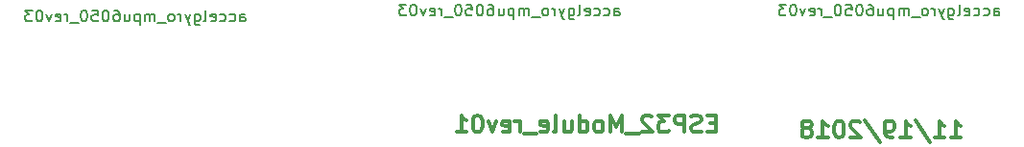
<source format=gbo>
G04 #@! TF.FileFunction,Legend,Bot*
%FSLAX46Y46*%
G04 Gerber Fmt 4.6, Leading zero omitted, Abs format (unit mm)*
G04 Created by KiCad (PCBNEW 4.0.7) date 11/21/18 11:39:18*
%MOMM*%
%LPD*%
G01*
G04 APERTURE LIST*
%ADD10C,0.150000*%
%ADD11C,0.300000*%
G04 APERTURE END LIST*
D10*
X94938096Y-118852381D02*
X94938096Y-118328571D01*
X94985715Y-118233333D01*
X95080953Y-118185714D01*
X95271430Y-118185714D01*
X95366668Y-118233333D01*
X94938096Y-118804762D02*
X95033334Y-118852381D01*
X95271430Y-118852381D01*
X95366668Y-118804762D01*
X95414287Y-118709524D01*
X95414287Y-118614286D01*
X95366668Y-118519048D01*
X95271430Y-118471429D01*
X95033334Y-118471429D01*
X94938096Y-118423810D01*
X94033334Y-118804762D02*
X94128572Y-118852381D01*
X94319049Y-118852381D01*
X94414287Y-118804762D01*
X94461906Y-118757143D01*
X94509525Y-118661905D01*
X94509525Y-118376190D01*
X94461906Y-118280952D01*
X94414287Y-118233333D01*
X94319049Y-118185714D01*
X94128572Y-118185714D01*
X94033334Y-118233333D01*
X93176191Y-118804762D02*
X93271429Y-118852381D01*
X93461906Y-118852381D01*
X93557144Y-118804762D01*
X93604763Y-118757143D01*
X93652382Y-118661905D01*
X93652382Y-118376190D01*
X93604763Y-118280952D01*
X93557144Y-118233333D01*
X93461906Y-118185714D01*
X93271429Y-118185714D01*
X93176191Y-118233333D01*
X92366667Y-118804762D02*
X92461905Y-118852381D01*
X92652382Y-118852381D01*
X92747620Y-118804762D01*
X92795239Y-118709524D01*
X92795239Y-118328571D01*
X92747620Y-118233333D01*
X92652382Y-118185714D01*
X92461905Y-118185714D01*
X92366667Y-118233333D01*
X92319048Y-118328571D01*
X92319048Y-118423810D01*
X92795239Y-118519048D01*
X91747620Y-118852381D02*
X91842858Y-118804762D01*
X91890477Y-118709524D01*
X91890477Y-117852381D01*
X90938095Y-118185714D02*
X90938095Y-118995238D01*
X90985714Y-119090476D01*
X91033333Y-119138095D01*
X91128572Y-119185714D01*
X91271429Y-119185714D01*
X91366667Y-119138095D01*
X90938095Y-118804762D02*
X91033333Y-118852381D01*
X91223810Y-118852381D01*
X91319048Y-118804762D01*
X91366667Y-118757143D01*
X91414286Y-118661905D01*
X91414286Y-118376190D01*
X91366667Y-118280952D01*
X91319048Y-118233333D01*
X91223810Y-118185714D01*
X91033333Y-118185714D01*
X90938095Y-118233333D01*
X90557143Y-118185714D02*
X90319048Y-118852381D01*
X90080952Y-118185714D02*
X90319048Y-118852381D01*
X90414286Y-119090476D01*
X90461905Y-119138095D01*
X90557143Y-119185714D01*
X89700000Y-118852381D02*
X89700000Y-118185714D01*
X89700000Y-118376190D02*
X89652381Y-118280952D01*
X89604762Y-118233333D01*
X89509524Y-118185714D01*
X89414285Y-118185714D01*
X88938095Y-118852381D02*
X89033333Y-118804762D01*
X89080952Y-118757143D01*
X89128571Y-118661905D01*
X89128571Y-118376190D01*
X89080952Y-118280952D01*
X89033333Y-118233333D01*
X88938095Y-118185714D01*
X88795237Y-118185714D01*
X88699999Y-118233333D01*
X88652380Y-118280952D01*
X88604761Y-118376190D01*
X88604761Y-118661905D01*
X88652380Y-118757143D01*
X88699999Y-118804762D01*
X88795237Y-118852381D01*
X88938095Y-118852381D01*
X88414285Y-118947619D02*
X87652380Y-118947619D01*
X87414285Y-118852381D02*
X87414285Y-118185714D01*
X87414285Y-118280952D02*
X87366666Y-118233333D01*
X87271428Y-118185714D01*
X87128570Y-118185714D01*
X87033332Y-118233333D01*
X86985713Y-118328571D01*
X86985713Y-118852381D01*
X86985713Y-118328571D02*
X86938094Y-118233333D01*
X86842856Y-118185714D01*
X86699999Y-118185714D01*
X86604761Y-118233333D01*
X86557142Y-118328571D01*
X86557142Y-118852381D01*
X86080952Y-118185714D02*
X86080952Y-119185714D01*
X86080952Y-118233333D02*
X85985714Y-118185714D01*
X85795237Y-118185714D01*
X85699999Y-118233333D01*
X85652380Y-118280952D01*
X85604761Y-118376190D01*
X85604761Y-118661905D01*
X85652380Y-118757143D01*
X85699999Y-118804762D01*
X85795237Y-118852381D01*
X85985714Y-118852381D01*
X86080952Y-118804762D01*
X84747618Y-118185714D02*
X84747618Y-118852381D01*
X85176190Y-118185714D02*
X85176190Y-118709524D01*
X85128571Y-118804762D01*
X85033333Y-118852381D01*
X84890475Y-118852381D01*
X84795237Y-118804762D01*
X84747618Y-118757143D01*
X83842856Y-117852381D02*
X84033333Y-117852381D01*
X84128571Y-117900000D01*
X84176190Y-117947619D01*
X84271428Y-118090476D01*
X84319047Y-118280952D01*
X84319047Y-118661905D01*
X84271428Y-118757143D01*
X84223809Y-118804762D01*
X84128571Y-118852381D01*
X83938094Y-118852381D01*
X83842856Y-118804762D01*
X83795237Y-118757143D01*
X83747618Y-118661905D01*
X83747618Y-118423810D01*
X83795237Y-118328571D01*
X83842856Y-118280952D01*
X83938094Y-118233333D01*
X84128571Y-118233333D01*
X84223809Y-118280952D01*
X84271428Y-118328571D01*
X84319047Y-118423810D01*
X83128571Y-117852381D02*
X83033332Y-117852381D01*
X82938094Y-117900000D01*
X82890475Y-117947619D01*
X82842856Y-118042857D01*
X82795237Y-118233333D01*
X82795237Y-118471429D01*
X82842856Y-118661905D01*
X82890475Y-118757143D01*
X82938094Y-118804762D01*
X83033332Y-118852381D01*
X83128571Y-118852381D01*
X83223809Y-118804762D01*
X83271428Y-118757143D01*
X83319047Y-118661905D01*
X83366666Y-118471429D01*
X83366666Y-118233333D01*
X83319047Y-118042857D01*
X83271428Y-117947619D01*
X83223809Y-117900000D01*
X83128571Y-117852381D01*
X81890475Y-117852381D02*
X82366666Y-117852381D01*
X82414285Y-118328571D01*
X82366666Y-118280952D01*
X82271428Y-118233333D01*
X82033332Y-118233333D01*
X81938094Y-118280952D01*
X81890475Y-118328571D01*
X81842856Y-118423810D01*
X81842856Y-118661905D01*
X81890475Y-118757143D01*
X81938094Y-118804762D01*
X82033332Y-118852381D01*
X82271428Y-118852381D01*
X82366666Y-118804762D01*
X82414285Y-118757143D01*
X81223809Y-117852381D02*
X81128570Y-117852381D01*
X81033332Y-117900000D01*
X80985713Y-117947619D01*
X80938094Y-118042857D01*
X80890475Y-118233333D01*
X80890475Y-118471429D01*
X80938094Y-118661905D01*
X80985713Y-118757143D01*
X81033332Y-118804762D01*
X81128570Y-118852381D01*
X81223809Y-118852381D01*
X81319047Y-118804762D01*
X81366666Y-118757143D01*
X81414285Y-118661905D01*
X81461904Y-118471429D01*
X81461904Y-118233333D01*
X81414285Y-118042857D01*
X81366666Y-117947619D01*
X81319047Y-117900000D01*
X81223809Y-117852381D01*
X80699999Y-118947619D02*
X79938094Y-118947619D01*
X79699999Y-118852381D02*
X79699999Y-118185714D01*
X79699999Y-118376190D02*
X79652380Y-118280952D01*
X79604761Y-118233333D01*
X79509523Y-118185714D01*
X79414284Y-118185714D01*
X78699998Y-118804762D02*
X78795236Y-118852381D01*
X78985713Y-118852381D01*
X79080951Y-118804762D01*
X79128570Y-118709524D01*
X79128570Y-118328571D01*
X79080951Y-118233333D01*
X78985713Y-118185714D01*
X78795236Y-118185714D01*
X78699998Y-118233333D01*
X78652379Y-118328571D01*
X78652379Y-118423810D01*
X79128570Y-118519048D01*
X78319046Y-118185714D02*
X78080951Y-118852381D01*
X77842855Y-118185714D01*
X77271427Y-117852381D02*
X77176188Y-117852381D01*
X77080950Y-117900000D01*
X77033331Y-117947619D01*
X76985712Y-118042857D01*
X76938093Y-118233333D01*
X76938093Y-118471429D01*
X76985712Y-118661905D01*
X77033331Y-118757143D01*
X77080950Y-118804762D01*
X77176188Y-118852381D01*
X77271427Y-118852381D01*
X77366665Y-118804762D01*
X77414284Y-118757143D01*
X77461903Y-118661905D01*
X77509522Y-118471429D01*
X77509522Y-118233333D01*
X77461903Y-118042857D01*
X77414284Y-117947619D01*
X77366665Y-117900000D01*
X77271427Y-117852381D01*
X76604760Y-117852381D02*
X75985712Y-117852381D01*
X76319046Y-118233333D01*
X76176188Y-118233333D01*
X76080950Y-118280952D01*
X76033331Y-118328571D01*
X75985712Y-118423810D01*
X75985712Y-118661905D01*
X76033331Y-118757143D01*
X76080950Y-118804762D01*
X76176188Y-118852381D01*
X76461903Y-118852381D01*
X76557141Y-118804762D01*
X76604760Y-118757143D01*
D11*
X136892855Y-127892857D02*
X136392855Y-127892857D01*
X136178569Y-128678571D02*
X136892855Y-128678571D01*
X136892855Y-127178571D01*
X136178569Y-127178571D01*
X135607141Y-128607143D02*
X135392855Y-128678571D01*
X135035712Y-128678571D01*
X134892855Y-128607143D01*
X134821426Y-128535714D01*
X134749998Y-128392857D01*
X134749998Y-128250000D01*
X134821426Y-128107143D01*
X134892855Y-128035714D01*
X135035712Y-127964286D01*
X135321426Y-127892857D01*
X135464284Y-127821429D01*
X135535712Y-127750000D01*
X135607141Y-127607143D01*
X135607141Y-127464286D01*
X135535712Y-127321429D01*
X135464284Y-127250000D01*
X135321426Y-127178571D01*
X134964284Y-127178571D01*
X134749998Y-127250000D01*
X134107141Y-128678571D02*
X134107141Y-127178571D01*
X133535713Y-127178571D01*
X133392855Y-127250000D01*
X133321427Y-127321429D01*
X133249998Y-127464286D01*
X133249998Y-127678571D01*
X133321427Y-127821429D01*
X133392855Y-127892857D01*
X133535713Y-127964286D01*
X134107141Y-127964286D01*
X132749998Y-127178571D02*
X131821427Y-127178571D01*
X132321427Y-127750000D01*
X132107141Y-127750000D01*
X131964284Y-127821429D01*
X131892855Y-127892857D01*
X131821427Y-128035714D01*
X131821427Y-128392857D01*
X131892855Y-128535714D01*
X131964284Y-128607143D01*
X132107141Y-128678571D01*
X132535713Y-128678571D01*
X132678570Y-128607143D01*
X132749998Y-128535714D01*
X131249999Y-127321429D02*
X131178570Y-127250000D01*
X131035713Y-127178571D01*
X130678570Y-127178571D01*
X130535713Y-127250000D01*
X130464284Y-127321429D01*
X130392856Y-127464286D01*
X130392856Y-127607143D01*
X130464284Y-127821429D01*
X131321427Y-128678571D01*
X130392856Y-128678571D01*
X130107142Y-128821429D02*
X128964285Y-128821429D01*
X128607142Y-128678571D02*
X128607142Y-127178571D01*
X128107142Y-128250000D01*
X127607142Y-127178571D01*
X127607142Y-128678571D01*
X126678570Y-128678571D02*
X126821428Y-128607143D01*
X126892856Y-128535714D01*
X126964285Y-128392857D01*
X126964285Y-127964286D01*
X126892856Y-127821429D01*
X126821428Y-127750000D01*
X126678570Y-127678571D01*
X126464285Y-127678571D01*
X126321428Y-127750000D01*
X126249999Y-127821429D01*
X126178570Y-127964286D01*
X126178570Y-128392857D01*
X126249999Y-128535714D01*
X126321428Y-128607143D01*
X126464285Y-128678571D01*
X126678570Y-128678571D01*
X124892856Y-128678571D02*
X124892856Y-127178571D01*
X124892856Y-128607143D02*
X125035713Y-128678571D01*
X125321427Y-128678571D01*
X125464285Y-128607143D01*
X125535713Y-128535714D01*
X125607142Y-128392857D01*
X125607142Y-127964286D01*
X125535713Y-127821429D01*
X125464285Y-127750000D01*
X125321427Y-127678571D01*
X125035713Y-127678571D01*
X124892856Y-127750000D01*
X123535713Y-127678571D02*
X123535713Y-128678571D01*
X124178570Y-127678571D02*
X124178570Y-128464286D01*
X124107142Y-128607143D01*
X123964284Y-128678571D01*
X123749999Y-128678571D01*
X123607142Y-128607143D01*
X123535713Y-128535714D01*
X122607141Y-128678571D02*
X122749999Y-128607143D01*
X122821427Y-128464286D01*
X122821427Y-127178571D01*
X121464285Y-128607143D02*
X121607142Y-128678571D01*
X121892856Y-128678571D01*
X122035713Y-128607143D01*
X122107142Y-128464286D01*
X122107142Y-127892857D01*
X122035713Y-127750000D01*
X121892856Y-127678571D01*
X121607142Y-127678571D01*
X121464285Y-127750000D01*
X121392856Y-127892857D01*
X121392856Y-128035714D01*
X122107142Y-128178571D01*
X121107142Y-128821429D02*
X119964285Y-128821429D01*
X119607142Y-128678571D02*
X119607142Y-127678571D01*
X119607142Y-127964286D02*
X119535714Y-127821429D01*
X119464285Y-127750000D01*
X119321428Y-127678571D01*
X119178571Y-127678571D01*
X118107143Y-128607143D02*
X118250000Y-128678571D01*
X118535714Y-128678571D01*
X118678571Y-128607143D01*
X118750000Y-128464286D01*
X118750000Y-127892857D01*
X118678571Y-127750000D01*
X118535714Y-127678571D01*
X118250000Y-127678571D01*
X118107143Y-127750000D01*
X118035714Y-127892857D01*
X118035714Y-128035714D01*
X118750000Y-128178571D01*
X117535714Y-127678571D02*
X117178571Y-128678571D01*
X116821429Y-127678571D01*
X115964286Y-127178571D02*
X115821429Y-127178571D01*
X115678572Y-127250000D01*
X115607143Y-127321429D01*
X115535714Y-127464286D01*
X115464286Y-127750000D01*
X115464286Y-128107143D01*
X115535714Y-128392857D01*
X115607143Y-128535714D01*
X115678572Y-128607143D01*
X115821429Y-128678571D01*
X115964286Y-128678571D01*
X116107143Y-128607143D01*
X116178572Y-128535714D01*
X116250000Y-128392857D01*
X116321429Y-128107143D01*
X116321429Y-127750000D01*
X116250000Y-127464286D01*
X116178572Y-127321429D01*
X116107143Y-127250000D01*
X115964286Y-127178571D01*
X114035715Y-128678571D02*
X114892858Y-128678571D01*
X114464286Y-128678571D02*
X114464286Y-127178571D01*
X114607143Y-127392857D01*
X114750001Y-127535714D01*
X114892858Y-127607143D01*
X157642856Y-129178571D02*
X158499999Y-129178571D01*
X158071427Y-129178571D02*
X158071427Y-127678571D01*
X158214284Y-127892857D01*
X158357142Y-128035714D01*
X158499999Y-128107143D01*
X156214285Y-129178571D02*
X157071428Y-129178571D01*
X156642856Y-129178571D02*
X156642856Y-127678571D01*
X156785713Y-127892857D01*
X156928571Y-128035714D01*
X157071428Y-128107143D01*
X154500000Y-127607143D02*
X155785714Y-129535714D01*
X153214285Y-129178571D02*
X154071428Y-129178571D01*
X153642856Y-129178571D02*
X153642856Y-127678571D01*
X153785713Y-127892857D01*
X153928571Y-128035714D01*
X154071428Y-128107143D01*
X152500000Y-129178571D02*
X152214285Y-129178571D01*
X152071428Y-129107143D01*
X152000000Y-129035714D01*
X151857142Y-128821429D01*
X151785714Y-128535714D01*
X151785714Y-127964286D01*
X151857142Y-127821429D01*
X151928571Y-127750000D01*
X152071428Y-127678571D01*
X152357142Y-127678571D01*
X152500000Y-127750000D01*
X152571428Y-127821429D01*
X152642857Y-127964286D01*
X152642857Y-128321429D01*
X152571428Y-128464286D01*
X152500000Y-128535714D01*
X152357142Y-128607143D01*
X152071428Y-128607143D01*
X151928571Y-128535714D01*
X151857142Y-128464286D01*
X151785714Y-128321429D01*
X150071429Y-127607143D02*
X151357143Y-129535714D01*
X149642857Y-127821429D02*
X149571428Y-127750000D01*
X149428571Y-127678571D01*
X149071428Y-127678571D01*
X148928571Y-127750000D01*
X148857142Y-127821429D01*
X148785714Y-127964286D01*
X148785714Y-128107143D01*
X148857142Y-128321429D01*
X149714285Y-129178571D01*
X148785714Y-129178571D01*
X147857143Y-127678571D02*
X147714286Y-127678571D01*
X147571429Y-127750000D01*
X147500000Y-127821429D01*
X147428571Y-127964286D01*
X147357143Y-128250000D01*
X147357143Y-128607143D01*
X147428571Y-128892857D01*
X147500000Y-129035714D01*
X147571429Y-129107143D01*
X147714286Y-129178571D01*
X147857143Y-129178571D01*
X148000000Y-129107143D01*
X148071429Y-129035714D01*
X148142857Y-128892857D01*
X148214286Y-128607143D01*
X148214286Y-128250000D01*
X148142857Y-127964286D01*
X148071429Y-127821429D01*
X148000000Y-127750000D01*
X147857143Y-127678571D01*
X145928572Y-129178571D02*
X146785715Y-129178571D01*
X146357143Y-129178571D02*
X146357143Y-127678571D01*
X146500000Y-127892857D01*
X146642858Y-128035714D01*
X146785715Y-128107143D01*
X145071429Y-128321429D02*
X145214287Y-128250000D01*
X145285715Y-128178571D01*
X145357144Y-128035714D01*
X145357144Y-127964286D01*
X145285715Y-127821429D01*
X145214287Y-127750000D01*
X145071429Y-127678571D01*
X144785715Y-127678571D01*
X144642858Y-127750000D01*
X144571429Y-127821429D01*
X144500001Y-127964286D01*
X144500001Y-128035714D01*
X144571429Y-128178571D01*
X144642858Y-128250000D01*
X144785715Y-128321429D01*
X145071429Y-128321429D01*
X145214287Y-128392857D01*
X145285715Y-128464286D01*
X145357144Y-128607143D01*
X145357144Y-128892857D01*
X145285715Y-129035714D01*
X145214287Y-129107143D01*
X145071429Y-129178571D01*
X144785715Y-129178571D01*
X144642858Y-129107143D01*
X144571429Y-129035714D01*
X144500001Y-128892857D01*
X144500001Y-128607143D01*
X144571429Y-128464286D01*
X144642858Y-128392857D01*
X144785715Y-128321429D01*
D10*
X161438096Y-118352381D02*
X161438096Y-117828571D01*
X161485715Y-117733333D01*
X161580953Y-117685714D01*
X161771430Y-117685714D01*
X161866668Y-117733333D01*
X161438096Y-118304762D02*
X161533334Y-118352381D01*
X161771430Y-118352381D01*
X161866668Y-118304762D01*
X161914287Y-118209524D01*
X161914287Y-118114286D01*
X161866668Y-118019048D01*
X161771430Y-117971429D01*
X161533334Y-117971429D01*
X161438096Y-117923810D01*
X160533334Y-118304762D02*
X160628572Y-118352381D01*
X160819049Y-118352381D01*
X160914287Y-118304762D01*
X160961906Y-118257143D01*
X161009525Y-118161905D01*
X161009525Y-117876190D01*
X160961906Y-117780952D01*
X160914287Y-117733333D01*
X160819049Y-117685714D01*
X160628572Y-117685714D01*
X160533334Y-117733333D01*
X159676191Y-118304762D02*
X159771429Y-118352381D01*
X159961906Y-118352381D01*
X160057144Y-118304762D01*
X160104763Y-118257143D01*
X160152382Y-118161905D01*
X160152382Y-117876190D01*
X160104763Y-117780952D01*
X160057144Y-117733333D01*
X159961906Y-117685714D01*
X159771429Y-117685714D01*
X159676191Y-117733333D01*
X158866667Y-118304762D02*
X158961905Y-118352381D01*
X159152382Y-118352381D01*
X159247620Y-118304762D01*
X159295239Y-118209524D01*
X159295239Y-117828571D01*
X159247620Y-117733333D01*
X159152382Y-117685714D01*
X158961905Y-117685714D01*
X158866667Y-117733333D01*
X158819048Y-117828571D01*
X158819048Y-117923810D01*
X159295239Y-118019048D01*
X158247620Y-118352381D02*
X158342858Y-118304762D01*
X158390477Y-118209524D01*
X158390477Y-117352381D01*
X157438095Y-117685714D02*
X157438095Y-118495238D01*
X157485714Y-118590476D01*
X157533333Y-118638095D01*
X157628572Y-118685714D01*
X157771429Y-118685714D01*
X157866667Y-118638095D01*
X157438095Y-118304762D02*
X157533333Y-118352381D01*
X157723810Y-118352381D01*
X157819048Y-118304762D01*
X157866667Y-118257143D01*
X157914286Y-118161905D01*
X157914286Y-117876190D01*
X157866667Y-117780952D01*
X157819048Y-117733333D01*
X157723810Y-117685714D01*
X157533333Y-117685714D01*
X157438095Y-117733333D01*
X157057143Y-117685714D02*
X156819048Y-118352381D01*
X156580952Y-117685714D02*
X156819048Y-118352381D01*
X156914286Y-118590476D01*
X156961905Y-118638095D01*
X157057143Y-118685714D01*
X156200000Y-118352381D02*
X156200000Y-117685714D01*
X156200000Y-117876190D02*
X156152381Y-117780952D01*
X156104762Y-117733333D01*
X156009524Y-117685714D01*
X155914285Y-117685714D01*
X155438095Y-118352381D02*
X155533333Y-118304762D01*
X155580952Y-118257143D01*
X155628571Y-118161905D01*
X155628571Y-117876190D01*
X155580952Y-117780952D01*
X155533333Y-117733333D01*
X155438095Y-117685714D01*
X155295237Y-117685714D01*
X155199999Y-117733333D01*
X155152380Y-117780952D01*
X155104761Y-117876190D01*
X155104761Y-118161905D01*
X155152380Y-118257143D01*
X155199999Y-118304762D01*
X155295237Y-118352381D01*
X155438095Y-118352381D01*
X154914285Y-118447619D02*
X154152380Y-118447619D01*
X153914285Y-118352381D02*
X153914285Y-117685714D01*
X153914285Y-117780952D02*
X153866666Y-117733333D01*
X153771428Y-117685714D01*
X153628570Y-117685714D01*
X153533332Y-117733333D01*
X153485713Y-117828571D01*
X153485713Y-118352381D01*
X153485713Y-117828571D02*
X153438094Y-117733333D01*
X153342856Y-117685714D01*
X153199999Y-117685714D01*
X153104761Y-117733333D01*
X153057142Y-117828571D01*
X153057142Y-118352381D01*
X152580952Y-117685714D02*
X152580952Y-118685714D01*
X152580952Y-117733333D02*
X152485714Y-117685714D01*
X152295237Y-117685714D01*
X152199999Y-117733333D01*
X152152380Y-117780952D01*
X152104761Y-117876190D01*
X152104761Y-118161905D01*
X152152380Y-118257143D01*
X152199999Y-118304762D01*
X152295237Y-118352381D01*
X152485714Y-118352381D01*
X152580952Y-118304762D01*
X151247618Y-117685714D02*
X151247618Y-118352381D01*
X151676190Y-117685714D02*
X151676190Y-118209524D01*
X151628571Y-118304762D01*
X151533333Y-118352381D01*
X151390475Y-118352381D01*
X151295237Y-118304762D01*
X151247618Y-118257143D01*
X150342856Y-117352381D02*
X150533333Y-117352381D01*
X150628571Y-117400000D01*
X150676190Y-117447619D01*
X150771428Y-117590476D01*
X150819047Y-117780952D01*
X150819047Y-118161905D01*
X150771428Y-118257143D01*
X150723809Y-118304762D01*
X150628571Y-118352381D01*
X150438094Y-118352381D01*
X150342856Y-118304762D01*
X150295237Y-118257143D01*
X150247618Y-118161905D01*
X150247618Y-117923810D01*
X150295237Y-117828571D01*
X150342856Y-117780952D01*
X150438094Y-117733333D01*
X150628571Y-117733333D01*
X150723809Y-117780952D01*
X150771428Y-117828571D01*
X150819047Y-117923810D01*
X149628571Y-117352381D02*
X149533332Y-117352381D01*
X149438094Y-117400000D01*
X149390475Y-117447619D01*
X149342856Y-117542857D01*
X149295237Y-117733333D01*
X149295237Y-117971429D01*
X149342856Y-118161905D01*
X149390475Y-118257143D01*
X149438094Y-118304762D01*
X149533332Y-118352381D01*
X149628571Y-118352381D01*
X149723809Y-118304762D01*
X149771428Y-118257143D01*
X149819047Y-118161905D01*
X149866666Y-117971429D01*
X149866666Y-117733333D01*
X149819047Y-117542857D01*
X149771428Y-117447619D01*
X149723809Y-117400000D01*
X149628571Y-117352381D01*
X148390475Y-117352381D02*
X148866666Y-117352381D01*
X148914285Y-117828571D01*
X148866666Y-117780952D01*
X148771428Y-117733333D01*
X148533332Y-117733333D01*
X148438094Y-117780952D01*
X148390475Y-117828571D01*
X148342856Y-117923810D01*
X148342856Y-118161905D01*
X148390475Y-118257143D01*
X148438094Y-118304762D01*
X148533332Y-118352381D01*
X148771428Y-118352381D01*
X148866666Y-118304762D01*
X148914285Y-118257143D01*
X147723809Y-117352381D02*
X147628570Y-117352381D01*
X147533332Y-117400000D01*
X147485713Y-117447619D01*
X147438094Y-117542857D01*
X147390475Y-117733333D01*
X147390475Y-117971429D01*
X147438094Y-118161905D01*
X147485713Y-118257143D01*
X147533332Y-118304762D01*
X147628570Y-118352381D01*
X147723809Y-118352381D01*
X147819047Y-118304762D01*
X147866666Y-118257143D01*
X147914285Y-118161905D01*
X147961904Y-117971429D01*
X147961904Y-117733333D01*
X147914285Y-117542857D01*
X147866666Y-117447619D01*
X147819047Y-117400000D01*
X147723809Y-117352381D01*
X147199999Y-118447619D02*
X146438094Y-118447619D01*
X146199999Y-118352381D02*
X146199999Y-117685714D01*
X146199999Y-117876190D02*
X146152380Y-117780952D01*
X146104761Y-117733333D01*
X146009523Y-117685714D01*
X145914284Y-117685714D01*
X145199998Y-118304762D02*
X145295236Y-118352381D01*
X145485713Y-118352381D01*
X145580951Y-118304762D01*
X145628570Y-118209524D01*
X145628570Y-117828571D01*
X145580951Y-117733333D01*
X145485713Y-117685714D01*
X145295236Y-117685714D01*
X145199998Y-117733333D01*
X145152379Y-117828571D01*
X145152379Y-117923810D01*
X145628570Y-118019048D01*
X144819046Y-117685714D02*
X144580951Y-118352381D01*
X144342855Y-117685714D01*
X143771427Y-117352381D02*
X143676188Y-117352381D01*
X143580950Y-117400000D01*
X143533331Y-117447619D01*
X143485712Y-117542857D01*
X143438093Y-117733333D01*
X143438093Y-117971429D01*
X143485712Y-118161905D01*
X143533331Y-118257143D01*
X143580950Y-118304762D01*
X143676188Y-118352381D01*
X143771427Y-118352381D01*
X143866665Y-118304762D01*
X143914284Y-118257143D01*
X143961903Y-118161905D01*
X144009522Y-117971429D01*
X144009522Y-117733333D01*
X143961903Y-117542857D01*
X143914284Y-117447619D01*
X143866665Y-117400000D01*
X143771427Y-117352381D01*
X143104760Y-117352381D02*
X142485712Y-117352381D01*
X142819046Y-117733333D01*
X142676188Y-117733333D01*
X142580950Y-117780952D01*
X142533331Y-117828571D01*
X142485712Y-117923810D01*
X142485712Y-118161905D01*
X142533331Y-118257143D01*
X142580950Y-118304762D01*
X142676188Y-118352381D01*
X142961903Y-118352381D01*
X143057141Y-118304762D01*
X143104760Y-118257143D01*
X127938096Y-118352381D02*
X127938096Y-117828571D01*
X127985715Y-117733333D01*
X128080953Y-117685714D01*
X128271430Y-117685714D01*
X128366668Y-117733333D01*
X127938096Y-118304762D02*
X128033334Y-118352381D01*
X128271430Y-118352381D01*
X128366668Y-118304762D01*
X128414287Y-118209524D01*
X128414287Y-118114286D01*
X128366668Y-118019048D01*
X128271430Y-117971429D01*
X128033334Y-117971429D01*
X127938096Y-117923810D01*
X127033334Y-118304762D02*
X127128572Y-118352381D01*
X127319049Y-118352381D01*
X127414287Y-118304762D01*
X127461906Y-118257143D01*
X127509525Y-118161905D01*
X127509525Y-117876190D01*
X127461906Y-117780952D01*
X127414287Y-117733333D01*
X127319049Y-117685714D01*
X127128572Y-117685714D01*
X127033334Y-117733333D01*
X126176191Y-118304762D02*
X126271429Y-118352381D01*
X126461906Y-118352381D01*
X126557144Y-118304762D01*
X126604763Y-118257143D01*
X126652382Y-118161905D01*
X126652382Y-117876190D01*
X126604763Y-117780952D01*
X126557144Y-117733333D01*
X126461906Y-117685714D01*
X126271429Y-117685714D01*
X126176191Y-117733333D01*
X125366667Y-118304762D02*
X125461905Y-118352381D01*
X125652382Y-118352381D01*
X125747620Y-118304762D01*
X125795239Y-118209524D01*
X125795239Y-117828571D01*
X125747620Y-117733333D01*
X125652382Y-117685714D01*
X125461905Y-117685714D01*
X125366667Y-117733333D01*
X125319048Y-117828571D01*
X125319048Y-117923810D01*
X125795239Y-118019048D01*
X124747620Y-118352381D02*
X124842858Y-118304762D01*
X124890477Y-118209524D01*
X124890477Y-117352381D01*
X123938095Y-117685714D02*
X123938095Y-118495238D01*
X123985714Y-118590476D01*
X124033333Y-118638095D01*
X124128572Y-118685714D01*
X124271429Y-118685714D01*
X124366667Y-118638095D01*
X123938095Y-118304762D02*
X124033333Y-118352381D01*
X124223810Y-118352381D01*
X124319048Y-118304762D01*
X124366667Y-118257143D01*
X124414286Y-118161905D01*
X124414286Y-117876190D01*
X124366667Y-117780952D01*
X124319048Y-117733333D01*
X124223810Y-117685714D01*
X124033333Y-117685714D01*
X123938095Y-117733333D01*
X123557143Y-117685714D02*
X123319048Y-118352381D01*
X123080952Y-117685714D02*
X123319048Y-118352381D01*
X123414286Y-118590476D01*
X123461905Y-118638095D01*
X123557143Y-118685714D01*
X122700000Y-118352381D02*
X122700000Y-117685714D01*
X122700000Y-117876190D02*
X122652381Y-117780952D01*
X122604762Y-117733333D01*
X122509524Y-117685714D01*
X122414285Y-117685714D01*
X121938095Y-118352381D02*
X122033333Y-118304762D01*
X122080952Y-118257143D01*
X122128571Y-118161905D01*
X122128571Y-117876190D01*
X122080952Y-117780952D01*
X122033333Y-117733333D01*
X121938095Y-117685714D01*
X121795237Y-117685714D01*
X121699999Y-117733333D01*
X121652380Y-117780952D01*
X121604761Y-117876190D01*
X121604761Y-118161905D01*
X121652380Y-118257143D01*
X121699999Y-118304762D01*
X121795237Y-118352381D01*
X121938095Y-118352381D01*
X121414285Y-118447619D02*
X120652380Y-118447619D01*
X120414285Y-118352381D02*
X120414285Y-117685714D01*
X120414285Y-117780952D02*
X120366666Y-117733333D01*
X120271428Y-117685714D01*
X120128570Y-117685714D01*
X120033332Y-117733333D01*
X119985713Y-117828571D01*
X119985713Y-118352381D01*
X119985713Y-117828571D02*
X119938094Y-117733333D01*
X119842856Y-117685714D01*
X119699999Y-117685714D01*
X119604761Y-117733333D01*
X119557142Y-117828571D01*
X119557142Y-118352381D01*
X119080952Y-117685714D02*
X119080952Y-118685714D01*
X119080952Y-117733333D02*
X118985714Y-117685714D01*
X118795237Y-117685714D01*
X118699999Y-117733333D01*
X118652380Y-117780952D01*
X118604761Y-117876190D01*
X118604761Y-118161905D01*
X118652380Y-118257143D01*
X118699999Y-118304762D01*
X118795237Y-118352381D01*
X118985714Y-118352381D01*
X119080952Y-118304762D01*
X117747618Y-117685714D02*
X117747618Y-118352381D01*
X118176190Y-117685714D02*
X118176190Y-118209524D01*
X118128571Y-118304762D01*
X118033333Y-118352381D01*
X117890475Y-118352381D01*
X117795237Y-118304762D01*
X117747618Y-118257143D01*
X116842856Y-117352381D02*
X117033333Y-117352381D01*
X117128571Y-117400000D01*
X117176190Y-117447619D01*
X117271428Y-117590476D01*
X117319047Y-117780952D01*
X117319047Y-118161905D01*
X117271428Y-118257143D01*
X117223809Y-118304762D01*
X117128571Y-118352381D01*
X116938094Y-118352381D01*
X116842856Y-118304762D01*
X116795237Y-118257143D01*
X116747618Y-118161905D01*
X116747618Y-117923810D01*
X116795237Y-117828571D01*
X116842856Y-117780952D01*
X116938094Y-117733333D01*
X117128571Y-117733333D01*
X117223809Y-117780952D01*
X117271428Y-117828571D01*
X117319047Y-117923810D01*
X116128571Y-117352381D02*
X116033332Y-117352381D01*
X115938094Y-117400000D01*
X115890475Y-117447619D01*
X115842856Y-117542857D01*
X115795237Y-117733333D01*
X115795237Y-117971429D01*
X115842856Y-118161905D01*
X115890475Y-118257143D01*
X115938094Y-118304762D01*
X116033332Y-118352381D01*
X116128571Y-118352381D01*
X116223809Y-118304762D01*
X116271428Y-118257143D01*
X116319047Y-118161905D01*
X116366666Y-117971429D01*
X116366666Y-117733333D01*
X116319047Y-117542857D01*
X116271428Y-117447619D01*
X116223809Y-117400000D01*
X116128571Y-117352381D01*
X114890475Y-117352381D02*
X115366666Y-117352381D01*
X115414285Y-117828571D01*
X115366666Y-117780952D01*
X115271428Y-117733333D01*
X115033332Y-117733333D01*
X114938094Y-117780952D01*
X114890475Y-117828571D01*
X114842856Y-117923810D01*
X114842856Y-118161905D01*
X114890475Y-118257143D01*
X114938094Y-118304762D01*
X115033332Y-118352381D01*
X115271428Y-118352381D01*
X115366666Y-118304762D01*
X115414285Y-118257143D01*
X114223809Y-117352381D02*
X114128570Y-117352381D01*
X114033332Y-117400000D01*
X113985713Y-117447619D01*
X113938094Y-117542857D01*
X113890475Y-117733333D01*
X113890475Y-117971429D01*
X113938094Y-118161905D01*
X113985713Y-118257143D01*
X114033332Y-118304762D01*
X114128570Y-118352381D01*
X114223809Y-118352381D01*
X114319047Y-118304762D01*
X114366666Y-118257143D01*
X114414285Y-118161905D01*
X114461904Y-117971429D01*
X114461904Y-117733333D01*
X114414285Y-117542857D01*
X114366666Y-117447619D01*
X114319047Y-117400000D01*
X114223809Y-117352381D01*
X113699999Y-118447619D02*
X112938094Y-118447619D01*
X112699999Y-118352381D02*
X112699999Y-117685714D01*
X112699999Y-117876190D02*
X112652380Y-117780952D01*
X112604761Y-117733333D01*
X112509523Y-117685714D01*
X112414284Y-117685714D01*
X111699998Y-118304762D02*
X111795236Y-118352381D01*
X111985713Y-118352381D01*
X112080951Y-118304762D01*
X112128570Y-118209524D01*
X112128570Y-117828571D01*
X112080951Y-117733333D01*
X111985713Y-117685714D01*
X111795236Y-117685714D01*
X111699998Y-117733333D01*
X111652379Y-117828571D01*
X111652379Y-117923810D01*
X112128570Y-118019048D01*
X111319046Y-117685714D02*
X111080951Y-118352381D01*
X110842855Y-117685714D01*
X110271427Y-117352381D02*
X110176188Y-117352381D01*
X110080950Y-117400000D01*
X110033331Y-117447619D01*
X109985712Y-117542857D01*
X109938093Y-117733333D01*
X109938093Y-117971429D01*
X109985712Y-118161905D01*
X110033331Y-118257143D01*
X110080950Y-118304762D01*
X110176188Y-118352381D01*
X110271427Y-118352381D01*
X110366665Y-118304762D01*
X110414284Y-118257143D01*
X110461903Y-118161905D01*
X110509522Y-117971429D01*
X110509522Y-117733333D01*
X110461903Y-117542857D01*
X110414284Y-117447619D01*
X110366665Y-117400000D01*
X110271427Y-117352381D01*
X109604760Y-117352381D02*
X108985712Y-117352381D01*
X109319046Y-117733333D01*
X109176188Y-117733333D01*
X109080950Y-117780952D01*
X109033331Y-117828571D01*
X108985712Y-117923810D01*
X108985712Y-118161905D01*
X109033331Y-118257143D01*
X109080950Y-118304762D01*
X109176188Y-118352381D01*
X109461903Y-118352381D01*
X109557141Y-118304762D01*
X109604760Y-118257143D01*
M02*

</source>
